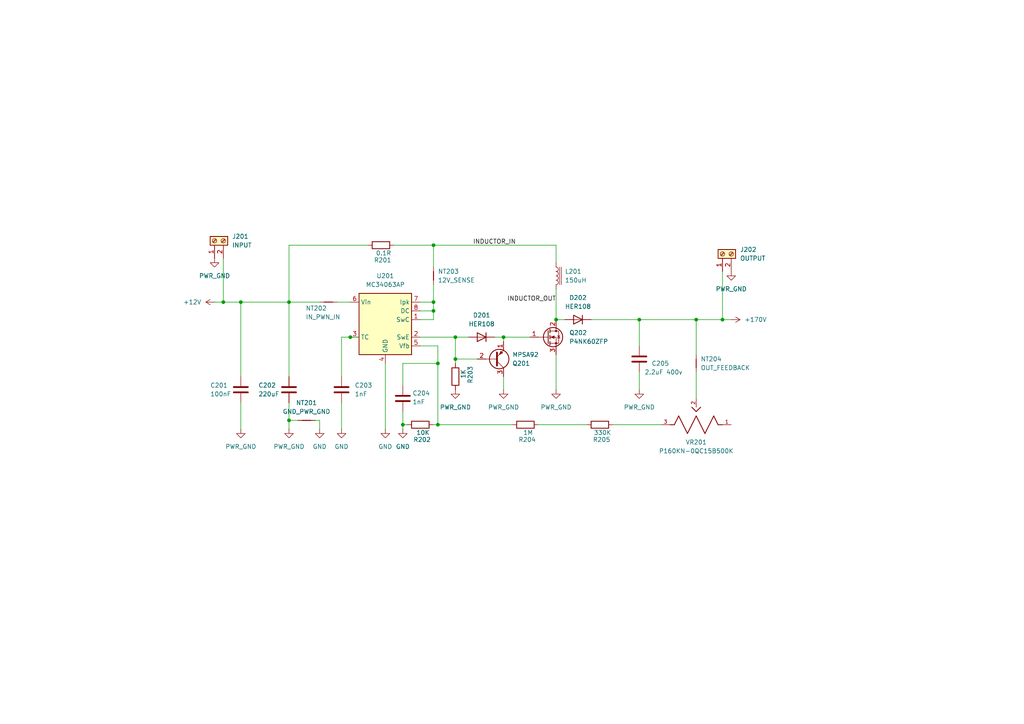
<source format=kicad_sch>
(kicad_sch (version 20250114) (generator "eeschema") (generator_version "9.0")
  (paper "A4")
  (lib_symbols
    (symbol "Connector:Screw_Terminal_01x02" (pin_names (offset 1.016) (hide yes))
      (property "Reference" "J" (at 0 2.54 0))
      (property "Value" "Screw_Terminal_01x02" (at 0 -5.08 0))
      (symbol "Screw_Terminal_01x02_1_1"
        (rectangle (start -1.27 1.27) (end 1.27 -3.81) (stroke (width 0.254)) (fill (type background)))
        (polyline (pts (xy -0.5334 0.3302) (xy 0.3302 -0.508)) (stroke (width 0.1524)))
        (polyline (pts (xy -0.5334 -2.2098) (xy 0.3302 -3.048)) (stroke (width 0.1524)))
        (polyline (pts (xy -0.3556 0.508) (xy 0.508 -0.3302)) (stroke (width 0.1524)))
        (polyline (pts (xy -0.3556 -2.032) (xy 0.508 -2.8702)) (stroke (width 0.1524)))
        (circle (center 0 0) (radius 0.635) (stroke (width 0.1524)))
        (circle (center 0 -2.54) (radius 0.635) (stroke (width 0.1524)))
        (pin passive line (at -5.08 0 0) (length 3.81) (name "Pin_1") (number "1"))
        (pin passive line (at -5.08 -2.54 0) (length 3.81) (name "Pin_2") (number "2"))
      )
    )
    (symbol "Device:C" (pin_numbers (hide yes)) (pin_names (offset 0.254))
      (property "Reference" "C" (at 0.635 2.54 0))
      (property "Value" "C" (at 0.635 -2.54 0))
      (symbol "C_0_1"
        (polyline (pts (xy -2.032 0.762) (xy 2.032 0.762)) (stroke (width 0.508)))
        (polyline (pts (xy -2.032 -0.762) (xy 2.032 -0.762)) (stroke (width 0.508)))
      )
      (symbol "C_1_1"
        (pin passive line (at 0 3.81 270) (length 2.794) (name "~") (number "1"))
        (pin passive line (at 0 -3.81 90) (length 2.794) (name "~") (number "2"))
      )
    )
    (symbol "Device:D" (pin_numbers (hide yes)) (pin_names (offset 1.016) (hide yes))
      (property "Reference" "D" (at 0 2.54 0))
      (property "Value" "D" (at 0 -2.54 0))
      (symbol "D_0_1"
        (polyline (pts (xy -1.27 1.27) (xy -1.27 -1.27)) (stroke (width 0.254)))
        (polyline (pts (xy 1.27 1.27) (xy 1.27 -1.27) (xy -1.27 0) (xy 1.27 1.27)) (stroke (width 0.254)))
        (polyline (pts (xy 1.27 0) (xy -1.27 0)))
      )
      (symbol "D_1_1"
        (pin passive line (at -3.81 0 0) (length 2.54) (name "K") (number "1"))
        (pin passive line (at 3.81 0 180) (length 2.54) (name "A") (number "2"))
      )
    )
    (symbol "Device:L_Iron" (pin_numbers (hide yes)) (pin_names (offset 1.016) (hide yes))
      (property "Reference" "L" (at -1.27 0 90))
      (property "Value" "L_Iron" (at 2.794 0 90))
      (symbol "L_Iron_0_1"
        (arc (start 0 2.54) (mid 0.6323 1.905) (end 0 1.27))
        (arc (start 0 1.27) (mid 0.6323 0.635) (end 0 0))
        (arc (start 0 0) (mid 0.6323 -0.635) (end 0 -1.27))
        (arc (start 0 -1.27) (mid 0.6323 -1.905) (end 0 -2.54))
        (polyline (pts (xy 1.016 2.54) (xy 1.016 -2.54)))
        (polyline (pts (xy 1.524 -2.54) (xy 1.524 2.54)))
      )
      (symbol "L_Iron_1_1"
        (pin passive line (at 0 3.81 270) (length 1.27) (name "1") (number "1"))
        (pin passive line (at 0 -3.81 90) (length 1.27) (name "2") (number "2"))
      )
    )
    (symbol "Device:NetTie_2" (pin_numbers (hide yes)) (pin_names (offset 0) (hide yes)) (in_bom no)
      (property "Reference" "NT" (at 0 1.27 0))
      (property "Value" "NetTie_2" (at 0 -1.27 0))
      (symbol "NetTie_2_0_1"
        (polyline (pts (xy -1.27 0) (xy 1.27 0)) (stroke (width 0.254)))
      )
      (symbol "NetTie_2_1_1"
        (pin passive line (at -2.54 0 0) (length 2.54) (name "1") (number "1"))
        (pin passive line (at 2.54 0 180) (length 2.54) (name "2") (number "2"))
      )
    )
    (symbol "Device:R" (pin_numbers (hide yes)) (pin_names (offset 0))
      (property "Reference" "R" (at 2.032 0 90))
      (property "Value" "R" (at 0 0 90))
      (symbol "R_0_1"
        (rectangle (start -1.016 -2.54) (end 1.016 2.54) (stroke (width 0.254)))
      )
      (symbol "R_1_1"
        (pin passive line (at 0 3.81 270) (length 1.27) (name "~") (number "1"))
        (pin passive line (at 0 -3.81 90) (length 1.27) (name "~") (number "2"))
      )
    )
    (symbol "NosLib:P160KN-0QC15B500K" (pin_names (offset 1.016))
      (property "Reference" "VR" (at 5.08 0 0))
      (property "Value" "P160KN-0QC15B500K" (at 0 0 0))
      (symbol "P160KN-0QC15B500K_0_0"
        (polyline (pts (xy -5.08 1.27) (xy -3.81 0)) (stroke (width 0.254)))
        (polyline (pts (xy -3.81 0) (xy -5.08 -1.27)) (stroke (width 0.254)))
        (polyline (pts (xy -2.54 5.08) (xy 0 6.35)) (stroke (width 0.254)))
        (polyline (pts (xy -2.54 0) (xy 2.54 2.54)) (stroke (width 0.254)))
        (polyline (pts (xy -2.54 0) (xy 2.54 -2.54)) (stroke (width 0.254)))
        (polyline (pts (xy -2.54 -5.08) (xy 0 -6.35)) (stroke (width 0.254)))
        (polyline (pts (xy 0 6.35) (xy 0 7.62)) (stroke (width 0.254)))
        (polyline (pts (xy 0 -6.35) (xy 0 -7.62)) (stroke (width 0.254)))
        (polyline (pts (xy 2.54 2.54) (xy -2.54 5.08)) (stroke (width 0.254)))
        (polyline (pts (xy 2.54 -2.54) (xy -2.54 -5.08)) (stroke (width 0.254)))
        (pin bidirectional line (at -7.62 0 0) (length 2.54) (name "~") (number "2"))
        (pin bidirectional line (at 0 10.16 270) (length 2.54) (name "~") (number "1"))
        (pin bidirectional line (at 0 -10.16 90) (length 2.54) (name "~") (number "3"))
      )
    )
    (symbol "Regulator_Switching:MC34063AP"
      (property "Reference" "U" (at -7.62 8.89 0))
      (property "Value" "MC34063AP" (at 0 8.89 0))
      (symbol "MC34063AP_0_1"
        (rectangle (start -7.62 7.62) (end 7.62 -10.16) (stroke (width 0.254)) (fill (type background)))
      )
      (symbol "MC34063AP_1_1"
        (pin power_in line (at -10.16 5.08 0) (length 2.54) (name "Vin") (number "6"))
        (pin passive line (at -10.16 -5.08 0) (length 2.54) (name "TC") (number "3"))
        (pin power_in line (at 0 -12.7 90) (length 2.54) (name "GND") (number "4"))
        (pin input line (at 10.16 5.08 180) (length 2.54) (name "Ipk") (number "7"))
        (pin open_collector line (at 10.16 2.54 180) (length 2.54) (name "DC") (number "8"))
        (pin open_collector line (at 10.16 0 180) (length 2.54) (name "SwC") (number "1"))
        (pin open_emitter line (at 10.16 -5.08 180) (length 2.54) (name "SwE") (number "2"))
        (pin input line (at 10.16 -7.62 180) (length 2.54) (name "Vfb") (number "5"))
      )
    )
    (symbol "Transistor_BJT:MPSA92" (pin_names (offset 0) (hide yes))
      (property "Reference" "Q" (at 5.08 1.905 0))
      (property "Value" "MPSA92" (at 5.08 0 0))
      (symbol "MPSA92_0_1"
        (polyline (pts (xy -2.54 0) (xy 0.635 0)))
        (polyline (pts (xy 0.635 1.905) (xy 0.635 -1.905)) (stroke (width 0.508)))
        (polyline (pts (xy 0.635 0.635) (xy 2.54 2.54)))
        (polyline (pts (xy 0.635 -0.635) (xy 2.54 -2.54)))
        (circle (center 1.27 0) (radius 2.8194) (stroke (width 0.254)))
        (polyline (pts (xy 2.286 -1.778) (xy 1.778 -2.286) (xy 1.27 -1.27) (xy 2.286 -1.778)) (fill (type outline)))
      )
      (symbol "MPSA92_1_1"
        (pin input line (at -5.08 0 0) (length 2.54) (name "B") (number "2"))
        (pin passive line (at 2.54 5.08 270) (length 2.54) (name "C") (number "3"))
        (pin passive line (at 2.54 -5.08 90) (length 2.54) (name "E") (number "1"))
      )
    )
    (symbol "Transistor_FET:IRF840A" (pin_names (offset 0) (hide yes))
      (property "Reference" "Q" (at 5.08 1.905 0))
      (property "Value" "IRF840A" (at 5.08 0 0))
      (symbol "IRF840A_0_1"
        (polyline (pts (xy 0.254 1.905) (xy 0.254 -1.905)) (stroke (width 0.254)))
        (polyline (pts (xy 0.254 0) (xy -2.54 0)))
        (polyline (pts (xy 0.762 2.286) (xy 0.762 1.27)) (stroke (width 0.254)))
        (polyline (pts (xy 0.762 0.508) (xy 0.762 -0.508)) (stroke (width 0.254)))
        (polyline (pts (xy 0.762 -1.27) (xy 0.762 -2.286)) (stroke (width 0.254)))
        (polyline (pts (xy 0.762 -1.778) (xy 3.302 -1.778) (xy 3.302 1.778) (xy 0.762 1.778)))
        (polyline (pts (xy 1.016 0) (xy 2.032 0.381) (xy 2.032 -0.381) (xy 1.016 0)) (fill (type outline)))
        (circle (center 1.651 0) (radius 2.794) (stroke (width 0.254)))
        (polyline (pts (xy 2.54 2.54) (xy 2.54 1.778)))
        (circle (center 2.54 1.778) (radius 0.254) (fill (type outline)))
        (circle (center 2.54 -1.778) (radius 0.254) (fill (type outline)))
        (polyline (pts (xy 2.54 -2.54) (xy 2.54 0) (xy 0.762 0)))
        (polyline (pts (xy 2.921 0.381) (xy 3.683 0.381)))
        (polyline (pts (xy 3.302 0.381) (xy 2.921 -0.254) (xy 3.683 -0.254) (xy 3.302 0.381)))
      )
      (symbol "IRF840A_1_1"
        (pin input line (at -5.08 0 0) (length 2.54) (name "G") (number "1"))
        (pin passive line (at 2.54 5.08 270) (length 2.54) (name "D") (number "2"))
        (pin passive line (at 2.54 -5.08 90) (length 2.54) (name "S") (number "3"))
      )
    )
    (symbol "power:+12V" (power) (pin_numbers (hide yes)) (pin_names (offset 0) (hide yes))
      (property "Value" "+12V" (at 0 3.556 0))
      (symbol "+12V_0_1"
        (polyline (pts (xy -0.762 1.27) (xy 0 2.54)))
        (polyline (pts (xy 0 2.54) (xy 0.762 1.27)))
        (polyline (pts (xy 0 0) (xy 0 2.54)))
      )
      (symbol "+12V_1_1"
        (pin power_in line (at 0 0 90) (length 0) (name "~") (number "1"))
      )
    )
    (symbol "power:GND" (power) (pin_numbers (hide yes)) (pin_names (offset 0) (hide yes))
      (property "Value" "GND" (at 0 -3.81 0))
      (symbol "GND_0_1"
        (polyline (pts (xy 0 0) (xy 0 -1.27) (xy 1.27 -1.27) (xy 0 -2.54) (xy -1.27 -1.27) (xy 0 -1.27)))
      )
      (symbol "GND_1_1"
        (pin power_in line (at 0 0 270) (length 0) (name "~") (number "1"))
      )
    )
  )
  (junction (at 132.08 104.14))
  (junction (at 209.55 92.71))
  (junction (at 161.29 92.71))
  (junction (at 201.93 92.71))
  (junction (at 125.73 71.12))
  (junction (at 127 105.41))
  (junction (at 146.05 97.79))
  (junction (at 127 123.19))
  (junction (at 64.77 87.63))
  (junction (at 101.6 97.79))
  (junction (at 125.73 87.63))
  (junction (at 132.08 97.79))
  (junction (at 83.82 87.63))
  (junction (at 116.84 123.19))
  (junction (at 69.85 87.63))
  (junction (at 185.42 92.71))
  (junction (at 83.82 121.92))
  (junction (at 125.73 90.17))
  (wire (pts (xy 146.05 97.79) (xy 153.67 97.79)))
  (wire (pts (xy 132.08 97.79) (xy 135.89 97.79)))
  (wire (pts (xy 116.84 119.38) (xy 116.84 123.19)))
  (wire (pts (xy 116.84 105.41) (xy 127 105.41)))
  (wire (pts (xy 121.92 97.79) (xy 132.08 97.79)))
  (wire (pts (xy 83.82 124.46) (xy 83.82 121.92)))
  (wire (pts (xy 62.23 87.63) (xy 64.77 87.63)))
  (wire (pts (xy 201.93 92.71) (xy 201.93 102.87)))
  (wire (pts (xy 69.85 124.46) (xy 69.85 116.84)))
  (wire (pts (xy 127 100.33) (xy 127 105.41)))
  (wire (pts (xy 146.05 109.22) (xy 146.05 113.03)))
  (wire (pts (xy 116.84 123.19) (xy 116.84 124.46)))
  (wire (pts (xy 185.42 100.33) (xy 185.42 92.71)))
  (wire (pts (xy 161.29 71.12) (xy 161.29 76.2)))
  (wire (pts (xy 121.92 92.71) (xy 125.73 92.71)))
  (wire (pts (xy 116.84 111.76) (xy 116.84 105.41)))
  (wire (pts (xy 64.77 87.63) (xy 69.85 87.63)))
  (wire (pts (xy 125.73 71.12) (xy 125.73 77.47)))
  (wire (pts (xy 111.76 124.46) (xy 111.76 105.41)))
  (wire (pts (xy 97.79 87.63) (xy 101.6 87.63)))
  (wire (pts (xy 104.14 97.79) (xy 101.6 97.79)))
  (wire (pts (xy 161.29 92.71) (xy 163.83 92.71)))
  (wire (pts (xy 83.82 121.92) (xy 83.82 116.84)))
  (wire (pts (xy 116.84 123.19) (xy 118.11 123.19)))
  (wire (pts (xy 83.82 87.63) (xy 92.71 87.63)))
  (wire (pts (xy 83.82 71.12) (xy 106.68 71.12)))
  (wire (pts (xy 99.06 116.84) (xy 99.06 124.46)))
  (wire (pts (xy 125.73 82.55) (xy 125.73 87.63)))
  (wire (pts (xy 125.73 92.71) (xy 125.73 90.17)))
  (wire (pts (xy 69.85 87.63) (xy 83.82 87.63)))
  (wire (pts (xy 132.08 104.14) (xy 138.43 104.14)))
  (wire (pts (xy 127 105.41) (xy 127 123.19)))
  (wire (pts (xy 127 123.19) (xy 148.59 123.19)))
  (wire (pts (xy 156.21 123.19) (xy 170.18 123.19)))
  (wire (pts (xy 125.73 87.63) (xy 125.73 90.17)))
  (wire (pts (xy 201.93 107.95) (xy 201.93 115.57)))
  (wire (pts (xy 125.73 123.19) (xy 127 123.19)))
  (wire (pts (xy 185.42 92.71) (xy 201.93 92.71)))
  (wire (pts (xy 114.3 71.12) (xy 125.73 71.12)))
  (wire (pts (xy 171.45 92.71) (xy 185.42 92.71)))
  (wire (pts (xy 132.08 104.14) (xy 132.08 97.79)))
  (wire (pts (xy 121.92 87.63) (xy 125.73 87.63)))
  (wire (pts (xy 125.73 71.12) (xy 161.29 71.12)))
  (wire (pts (xy 177.8 123.19) (xy 191.77 123.19)))
  (wire (pts (xy 121.92 90.17) (xy 125.73 90.17)))
  (wire (pts (xy 161.29 113.03) (xy 161.29 102.87)))
  (wire (pts (xy 209.55 78.74) (xy 209.55 92.71)))
  (wire (pts (xy 83.82 109.22) (xy 83.82 87.63)))
  (wire (pts (xy 209.55 92.71) (xy 212.09 92.71)))
  (wire (pts (xy 64.77 74.93) (xy 64.77 87.63)))
  (wire (pts (xy 132.08 104.14) (xy 132.08 105.41)))
  (wire (pts (xy 146.05 97.79) (xy 146.05 99.06)))
  (wire (pts (xy 185.42 107.95) (xy 185.42 113.03)))
  (wire (pts (xy 121.92 100.33) (xy 127 100.33)))
  (wire (pts (xy 99.06 97.79) (xy 101.6 97.79)))
  (wire (pts (xy 92.71 121.92) (xy 92.71 124.46)))
  (wire (pts (xy 83.82 87.63) (xy 83.82 71.12)))
  (wire (pts (xy 143.51 97.79) (xy 146.05 97.79)))
  (wire (pts (xy 161.29 92.71) (xy 161.29 83.82)))
  (wire (pts (xy 83.82 121.92) (xy 86.36 121.92)))
  (wire (pts (xy 69.85 87.63) (xy 69.85 109.22)))
  (wire (pts (xy 91.44 121.92) (xy 92.71 121.92)))
  (wire (pts (xy 99.06 109.22) (xy 99.06 97.79)))
  (wire (pts (xy 201.93 92.71) (xy 209.55 92.71)))
  (label "INDUCTOR_IN" (at 137.16 71.12 0))
  (label "INDUCTOR_OUT" (at 161.29 87.63 180))
  (symbol (lib_id "power:+12V") (at 62.23 87.63 90) (unit 1)
    (property "Reference" "#PWR0202" (effects (hide yes)))
    (property "Value" "+12V" (at 58.42 87.6299 90) (effects (justify left)))
    (property "Description" "Power symbol creates a global label with name \"+12V\"" (effects (hide yes)))
  )
  (symbol (lib_id "Device:NetTie_2") (at 201.93 105.41 90) (unit 1) (in_bom no)
    (property "Reference" "NT204" (at 203.2 104.1399 90) (effects (justify right)))
    (property "Value" "OUT_FEEDBACK" (at 203.2 106.6799 90) (effects (justify right)))
    (property "Footprint" "NetTie:NetTie-2_SMD_Pad0.5mm" (effects (hide yes)))
    (property "Description" "Net tie, 2 pins" (effects (hide yes)))
  )
  (symbol (lib_id "power:GND") (at 161.29 113.03 0) (unit 1)
    (property "Reference" "#PWR0211" (effects (hide yes)))
    (property "Value" "PWR_GND" (at 161.29 118.11 0))
    (property "Description" "Power symbol creates a global label with name \"GND\" , ground" (effects (hide yes)))
  )
  (symbol (lib_id "Transistor_FET:IRF840A") (at 158.75 97.79 0) (unit 1)
    (property "Reference" "Q202" (at 165.1 96.5199 0) (effects (justify left)))
    (property "Value" "P4NK60ZFP" (at 165.1 99.0599 0) (effects (justify left)))
    (property "Footprint" "Package_TO_SOT_THT:TO-220-3_Vertical" (effects (hide yes)))
    (property "Datasheet" "https://www.vishay.com/docs/91065/91065.pdf" (effects (hide yes)))
    (property "Description" "N-Channel MOSFET, 8A Id, 500V Vds, 850mΩ Rds, TO-220" (effects (hide yes)))
  )
  (symbol (lib_id "Device:R") (at 173.99 123.19 90) (unit 1)
    (property "Reference" "R205" (at 174.498 127.508 90))
    (property "Value" "330K" (at 174.752 125.476 90))
    (property "Footprint" "Resistor_THT:R_Axial_DIN0207_L6.3mm_D2.5mm_P7.62mm_Horizontal" (effects (hide yes)))
    (property "Description" "Resistor" (effects (hide yes)))
  )
  (symbol (lib_id "power:GND") (at 62.23 74.93 0) (unit 1)
    (property "Reference" "#PWR0201" (effects (hide yes)))
    (property "Value" "PWR_GND" (at 62.23 80.01 0))
    (property "Description" "Power symbol creates a global label with name \"GND\" , ground" (effects (hide yes)))
  )
  (symbol (lib_id "Connector:Screw_Terminal_01x02") (at 209.55 73.66 90) (unit 1)
    (property "Reference" "J202" (at 214.63 72.3899 90) (effects (justify right)))
    (property "Value" "OUTPUT" (at 214.63 74.9299 90) (effects (justify right)))
    (property "Footprint" "TerminalBlock_Phoenix:TerminalBlock_Phoenix_MKDS-1,5-2-5.08_1x02_P5.08mm_Horizontal" (effects (hide yes)))
    (property "Description" "Generic screw terminal, single row, 01x02, script generated (kicad-library-utils/schlib/autogen/connector/)" (effects (hide yes)))
  )
  (symbol (lib_id "power:+12V") (at 212.09 92.71 270) (unit 1)
    (property "Reference" "#PWR0214" (effects (hide yes)))
    (property "Value" "+170V" (at 215.9 92.7099 90) (effects (justify left)))
    (property "Description" "Power symbol creates a global label with name \"+12V\"" (effects (hide yes)))
  )
  (symbol (lib_id "power:GND") (at 185.42 113.03 0) (unit 1)
    (property "Reference" "#PWR0212" (effects (hide yes)))
    (property "Value" "PWR_GND" (at 185.42 118.11 0))
    (property "Description" "Power symbol creates a global label with name \"GND\" , ground" (effects (hide yes)))
  )
  (symbol (lib_id "Device:R") (at 110.49 71.12 90) (unit 1)
    (property "Reference" "R201" (at 110.998 75.438 90))
    (property "Value" "0.1R" (at 111.252 73.406 90))
    (property "Footprint" "Resistor_THT:R_Axial_DIN0207_L6.3mm_D2.5mm_P7.62mm_Horizontal" (effects (hide yes)))
    (property "Description" "Resistor" (effects (hide yes)))
  )
  (symbol (lib_id "Device:R") (at 121.92 123.19 90) (unit 1)
    (property "Reference" "R202" (at 122.428 127.508 90))
    (property "Value" "10K" (at 122.682 125.476 90))
    (property "Footprint" "Resistor_THT:R_Axial_DIN0207_L6.3mm_D2.5mm_P7.62mm_Horizontal" (effects (hide yes)))
    (property "Description" "Resistor" (effects (hide yes)))
  )
  (symbol (lib_id "power:GND") (at 116.84 124.46 0) (unit 1)
    (property "Reference" "#PWR0208" (effects (hide yes)))
    (property "Value" "GND" (at 116.84 129.54 0))
    (property "Description" "Power symbol creates a global label with name \"GND\" , ground" (effects (hide yes)))
  )
  (symbol (lib_id "Device:C") (at 99.06 113.03 0) (unit 1)
    (property "Reference" "C203" (at 102.87 111.7599 0) (effects (justify left)))
    (property "Value" "1nF" (at 102.87 114.2999 0) (effects (justify left)))
    (property "Footprint" "Capacitor_THT:C_Disc_D5.0mm_W2.5mm_P5.00mm" (effects (hide yes)))
    (property "Description" "Unpolarized capacitor" (effects (hide yes)))
  )
  (symbol (lib_id "power:GND") (at 69.85 124.46 0) (unit 1)
    (property "Reference" "#PWR0203" (effects (hide yes)))
    (property "Value" "PWR_GND" (at 69.85 129.54 0))
    (property "Description" "Power symbol creates a global label with name \"GND\" , ground" (effects (hide yes)))
  )
  (symbol (lib_id "power:GND") (at 92.71 124.46 0) (unit 1)
    (property "Reference" "#PWR0205" (effects (hide yes)))
    (property "Value" "GND" (at 92.71 129.54 0))
    (property "Description" "Power symbol creates a global label with name \"GND\" , ground" (effects (hide yes)))
  )
  (symbol (lib_id "power:GND") (at 83.82 124.46 0) (unit 1)
    (property "Reference" "#PWR0204" (effects (hide yes)))
    (property "Value" "PWR_GND" (at 83.82 129.54 0))
    (property "Description" "Power symbol creates a global label with name \"GND\" , ground" (effects (hide yes)))
  )
  (symbol (lib_id "Device:D") (at 139.7 97.79 180) (unit 1)
    (property "Reference" "D201" (at 139.7 91.44 0))
    (property "Value" "HER108" (at 139.7 93.98 0))
    (property "Footprint" "Diode_THT:D_DO-41_SOD81_P7.62mm_Horizontal" (effects (hide yes)))
    (property "Description" "Diode" (effects (hide yes)))
    (property "Sim.Device" "D" (effects (hide yes)))
    (property "Sim.Pins" "1=K 2=A" (effects (hide yes)))
  )
  (symbol (lib_id "Transistor_BJT:MPSA92") (at 143.51 104.14 0) (mirror x) (unit 1)
    (property "Reference" "Q201" (at 148.59 105.4101 0) (effects (justify left)))
    (property "Value" "MPSA92" (at 148.59 102.8701 0) (effects (justify left)))
    (property "Footprint" "Package_TO_SOT_THT:TO-92_Inline_Wide" (effects (hide yes)))
    (property "Datasheet" "http://www.onsemi.com/pub_link/Collateral/MPSA92-D.PDF" (effects (hide yes)))
    (property "Description" "0.5A Ic, 300V Vce, PNP High Voltage Transistor, TO-92" (effects (hide yes)))
  )
  (symbol (lib_id "Device:D") (at 167.64 92.71 180) (unit 1)
    (property "Reference" "D202" (at 167.64 86.36 0))
    (property "Value" "HER108" (at 167.64 88.9 0))
    (property "Footprint" "Diode_THT:D_DO-41_SOD81_P7.62mm_Horizontal" (effects (hide yes)))
    (property "Description" "Diode" (effects (hide yes)))
    (property "Sim.Device" "D" (effects (hide yes)))
    (property "Sim.Pins" "1=K 2=A" (effects (hide yes)))
  )
  (symbol (lib_id "power:GND") (at 146.05 113.03 0) (unit 1)
    (property "Reference" "#PWR0210" (effects (hide yes)))
    (property "Value" "PWR_GND" (at 146.05 118.11 0))
    (property "Description" "Power symbol creates a global label with name \"GND\" , ground" (effects (hide yes)))
  )
  (symbol (lib_id "Regulator_Switching:MC34063AP") (at 111.76 92.71 0) (unit 1)
    (property "Reference" "U201" (at 111.76 80.01 0))
    (property "Value" "MC34063AP" (at 111.76 82.55 0))
    (property "Footprint" "Package_DIP:DIP-8_W7.62mm" (effects (hide yes)))
    (property "Datasheet" "http://www.onsemi.com/pub_link/Collateral/MC34063A-D.PDF" (effects (hide yes)))
    (property "Description" "1.5A, step-up/down/inverting switching regulator, 3-40V Vin, 100kHz, DIP-8" (effects (hide yes)))
  )
  (symbol (lib_id "Device:C") (at 83.82 113.03 0) (unit 1)
    (property "Reference" "C202" (at 74.93 111.76 0) (effects (justify left)))
    (property "Value" "220uF" (at 74.93 114.3 0) (effects (justify left)))
    (property "Footprint" "Capacitor_THT:CP_Radial_D8.0mm_P5.00mm" (effects (hide yes)))
    (property "Description" "Unpolarized capacitor" (effects (hide yes)))
  )
  (symbol (lib_id "Device:NetTie_2") (at 88.9 121.92 0) (unit 1) (in_bom no)
    (property "Reference" "NT201" (at 88.9 116.84 0))
    (property "Value" "GND_PWR_GND" (at 88.9 119.38 0))
    (property "Footprint" "NetTie:NetTie-2_SMD_Pad0.5mm" (effects (hide yes)))
    (property "Description" "Net tie, 2 pins" (effects (hide yes)))
  )
  (symbol (lib_id "Device:C") (at 185.42 104.14 0) (unit 1)
    (property "Reference" "C205" (at 188.976 105.41 0) (effects (justify left)))
    (property "Value" "2.2uF 400v" (at 186.944 107.95 0) (effects (justify left)))
    (property "Footprint" "Capacitor_THT:CP_Radial_D13.0mm_P5.00mm" (effects (hide yes)))
    (property "Description" "Unpolarized capacitor" (effects (hide yes)))
  )
  (symbol (lib_id "Device:R") (at 132.08 109.22 180) (unit 1)
    (property "Reference" "R203" (at 136.398 108.712 90))
    (property "Value" "1K" (at 134.366 108.458 90))
    (property "Footprint" "Resistor_THT:R_Axial_DIN0207_L6.3mm_D2.5mm_P7.62mm_Horizontal" (effects (hide yes)))
    (property "Description" "Resistor" (effects (hide yes)))
  )
  (symbol (lib_id "Device:NetTie_2") (at 95.25 87.63 0) (unit 1) (in_bom no)
    (property "Reference" "NT202" (at 88.646 89.408 0) (effects (justify left)))
    (property "Value" "IN_PWN_IN" (at 88.646 91.948 0) (effects (justify left)))
    (property "Footprint" "NetTie:NetTie-2_SMD_Pad0.5mm" (effects (hide yes)))
    (property "Description" "Net tie, 2 pins" (effects (hide yes)))
  )
  (symbol (lib_id "Device:L_Iron") (at 161.29 80.01 0) (unit 1)
    (property "Reference" "L201" (at 163.83 78.7399 0) (effects (justify left)))
    (property "Value" "150uH" (at 163.83 81.2799 0) (effects (justify left)))
    (property "Footprint" "Inductor_SMD:L_Bourns_SRR1260" (effects (hide yes)))
    (property "Description" "Inductor with iron core" (effects (hide yes)))
  )
  (symbol (lib_id "Device:C") (at 69.85 113.03 0) (unit 1)
    (property "Reference" "C201" (at 60.96 111.76 0) (effects (justify left)))
    (property "Value" "100nF" (at 60.96 114.3 0) (effects (justify left)))
    (property "Footprint" "Capacitor_THT:C_Disc_D5.0mm_W2.5mm_P5.00mm" (effects (hide yes)))
    (property "Description" "Unpolarized capacitor" (effects (hide yes)))
  )
  (symbol (lib_id "NosLib:P160KN-0QC15B500K") (at 201.93 123.19 270) (unit 1)
    (property "Reference" "VR201" (at 201.93 128.27 90))
    (property "Value" "P160KN-0QC15B500K" (at 201.93 130.81 90))
    (property "Footprint" "NosLib:P160" (effects (hide yes)))
    (property "MF" "TT Electronics/BI" (effects (hide yes)))
    (property "Description_1" "500k Ohm 1 Gang Linear Panel Mount Potentiometer None 1.0 Kierros Conductive Plastic 0.2W, 1/5W PC Pins" (effects (hide yes)))
    (property "Package" "None" (effects (hide yes)))
    (property "PARTNO" "987-1304-ND" (effects (hide yes)))
    (property "Price" "None" (effects (hide yes)))
    (property "SnapEDA_Link" "https://www.snapeda.com/parts/P160KN-0QC15B500K/TT/view-part/?ref=snap" (effects (hide yes)))
    (property "MP" "P160KN-0QC15B500K" (effects (hide yes)))
    (property "Availability" "In Stock" (effects (hide yes)))
    (property "Check_prices" "https://www.snapeda.com/parts/P160KN-0QC15B500K/TT/view-part/?ref=eda" (effects (hide yes)))
  )
  (symbol (lib_id "Connector:Screw_Terminal_01x02") (at 62.23 69.85 90) (unit 1)
    (property "Reference" "J201" (at 67.31 68.5799 90) (effects (justify right)))
    (property "Value" "INPUT" (at 67.31 71.1199 90) (effects (justify right)))
    (property "Footprint" "TerminalBlock_Phoenix:TerminalBlock_Phoenix_MKDS-1,5-2-5.08_1x02_P5.08mm_Horizontal" (effects (hide yes)))
    (property "Description" "Generic screw terminal, single row, 01x02, script generated (kicad-library-utils/schlib/autogen/connector/)" (effects (hide yes)))
  )
  (symbol (lib_id "power:GND") (at 212.09 78.74 0) (unit 1)
    (property "Reference" "#PWR0213" (effects (hide yes)))
    (property "Value" "PWR_GND" (at 212.09 83.82 0))
    (property "Description" "Power symbol creates a global label with name \"GND\" , ground" (effects (hide yes)))
  )
  (symbol (lib_id "power:GND") (at 99.06 124.46 0) (unit 1)
    (property "Reference" "#PWR0206" (effects (hide yes)))
    (property "Value" "GND" (at 99.06 129.54 0))
    (property "Description" "Power symbol creates a global label with name \"GND\" , ground" (effects (hide yes)))
  )
  (symbol (lib_id "Device:C") (at 116.84 115.57 0) (unit 1)
    (property "Reference" "C204" (at 119.634 114.046 0) (effects (justify left)))
    (property "Value" "1nF" (at 119.634 116.586 0) (effects (justify left)))
    (property "Footprint" "Capacitor_THT:C_Disc_D5.0mm_W2.5mm_P5.00mm" (effects (hide yes)))
    (property "Description" "Unpolarized capacitor" (effects (hide yes)))
  )
  (symbol (lib_id "Device:R") (at 152.4 123.19 90) (unit 1)
    (property "Reference" "R204" (at 152.908 127.508 90))
    (property "Value" "1M" (at 153.162 125.476 90))
    (property "Footprint" "Resistor_THT:R_Axial_DIN0207_L6.3mm_D2.5mm_P7.62mm_Horizontal" (effects (hide yes)))
    (property "Description" "Resistor" (effects (hide yes)))
  )
  (symbol (lib_id "Device:NetTie_2") (at 125.73 80.01 90) (unit 1) (in_bom no)
    (property "Reference" "NT203" (at 127 78.7399 90) (effects (justify right)))
    (property "Value" "12V_SENSE" (at 127 81.2799 90) (effects (justify right)))
    (property "Footprint" "NetTie:NetTie-2_SMD_Pad0.5mm" (effects (hide yes)))
    (property "Description" "Net tie, 2 pins" (effects (hide yes)))
  )
  (symbol (lib_id "power:GND") (at 132.08 113.03 0) (unit 1)
    (property "Reference" "#PWR0209" (effects (hide yes)))
    (property "Value" "PWR_GND" (at 132.08 118.11 0))
    (property "Description" "Power symbol creates a global label with name \"GND\" , ground" (effects (hide yes)))
  )
  (symbol (lib_id "power:GND") (at 111.76 124.46 0) (unit 1)
    (property "Reference" "#PWR0207" (effects (hide yes)))
    (property "Value" "GND" (at 111.76 129.54 0))
    (property "Description" "Power symbol creates a global label with name \"GND\" , ground" (effects (hide yes)))
  )
)
</source>
